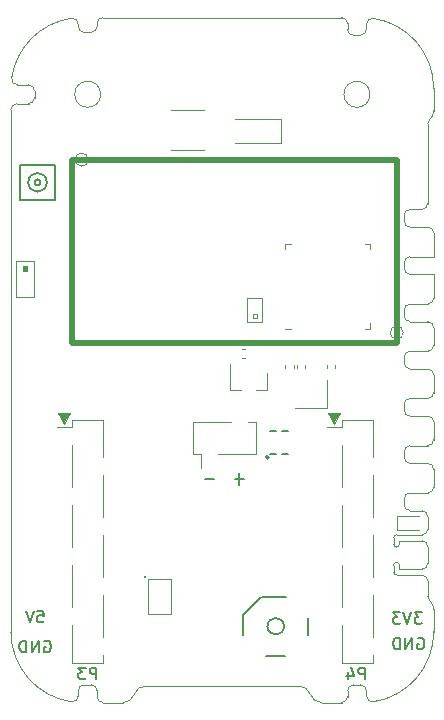
<source format=gbo>
G04 #@! TF.GenerationSoftware,KiCad,Pcbnew,(5.1.10)-1*
G04 #@! TF.CreationDate,2021-09-23T13:54:31+08:00*
G04 #@! TF.ProjectId,BeagleConnect Freedom,42656167-6c65-4436-9f6e-6e6563742046,B*
G04 #@! TF.SameCoordinates,Original*
G04 #@! TF.FileFunction,Legend,Bot*
G04 #@! TF.FilePolarity,Positive*
%FSLAX46Y46*%
G04 Gerber Fmt 4.6, Leading zero omitted, Abs format (unit mm)*
G04 Created by KiCad (PCBNEW (5.1.10)-1) date 2021-09-23 13:54:31*
%MOMM*%
%LPD*%
G01*
G04 APERTURE LIST*
%ADD10C,0.150000*%
%ADD11C,0.100000*%
%ADD12C,0.200000*%
G04 #@! TA.AperFunction,Profile*
%ADD13C,0.050000*%
G04 #@! TD*
%ADD14C,0.120000*%
%ADD15C,0.127000*%
%ADD16C,0.080000*%
%ADD17C,0.050000*%
%ADD18C,0.500000*%
G04 APERTURE END LIST*
D10*
X290506904Y-76962000D02*
X290602142Y-76914380D01*
X290745000Y-76914380D01*
X290887857Y-76962000D01*
X290983095Y-77057238D01*
X291030714Y-77152476D01*
X291078333Y-77342952D01*
X291078333Y-77485809D01*
X291030714Y-77676285D01*
X290983095Y-77771523D01*
X290887857Y-77866761D01*
X290745000Y-77914380D01*
X290649761Y-77914380D01*
X290506904Y-77866761D01*
X290459285Y-77819142D01*
X290459285Y-77485809D01*
X290649761Y-77485809D01*
X290030714Y-77914380D02*
X290030714Y-76914380D01*
X289459285Y-77914380D01*
X289459285Y-76914380D01*
X288983095Y-77914380D02*
X288983095Y-76914380D01*
X288745000Y-76914380D01*
X288602142Y-76962000D01*
X288506904Y-77057238D01*
X288459285Y-77152476D01*
X288411666Y-77342952D01*
X288411666Y-77485809D01*
X288459285Y-77676285D01*
X288506904Y-77771523D01*
X288602142Y-77866761D01*
X288745000Y-77914380D01*
X288983095Y-77914380D01*
X290856095Y-74755380D02*
X290237047Y-74755380D01*
X290570380Y-75136333D01*
X290427523Y-75136333D01*
X290332285Y-75183952D01*
X290284666Y-75231571D01*
X290237047Y-75326809D01*
X290237047Y-75564904D01*
X290284666Y-75660142D01*
X290332285Y-75707761D01*
X290427523Y-75755380D01*
X290713238Y-75755380D01*
X290808476Y-75707761D01*
X290856095Y-75660142D01*
X289951333Y-74755380D02*
X289618000Y-75755380D01*
X289284666Y-74755380D01*
X289046571Y-74755380D02*
X288427523Y-74755380D01*
X288760857Y-75136333D01*
X288618000Y-75136333D01*
X288522761Y-75183952D01*
X288475142Y-75231571D01*
X288427523Y-75326809D01*
X288427523Y-75564904D01*
X288475142Y-75660142D01*
X288522761Y-75707761D01*
X288618000Y-75755380D01*
X288903714Y-75755380D01*
X288998952Y-75707761D01*
X289046571Y-75660142D01*
X258312476Y-74628380D02*
X258788666Y-74628380D01*
X258836285Y-75104571D01*
X258788666Y-75056952D01*
X258693428Y-75009333D01*
X258455333Y-75009333D01*
X258360095Y-75056952D01*
X258312476Y-75104571D01*
X258264857Y-75199809D01*
X258264857Y-75437904D01*
X258312476Y-75533142D01*
X258360095Y-75580761D01*
X258455333Y-75628380D01*
X258693428Y-75628380D01*
X258788666Y-75580761D01*
X258836285Y-75533142D01*
X257979142Y-74628380D02*
X257645809Y-75628380D01*
X257312476Y-74628380D01*
X258883904Y-77216000D02*
X258979142Y-77168380D01*
X259122000Y-77168380D01*
X259264857Y-77216000D01*
X259360095Y-77311238D01*
X259407714Y-77406476D01*
X259455333Y-77596952D01*
X259455333Y-77739809D01*
X259407714Y-77930285D01*
X259360095Y-78025523D01*
X259264857Y-78120761D01*
X259122000Y-78168380D01*
X259026761Y-78168380D01*
X258883904Y-78120761D01*
X258836285Y-78073142D01*
X258836285Y-77739809D01*
X259026761Y-77739809D01*
X258407714Y-78168380D02*
X258407714Y-77168380D01*
X257836285Y-78168380D01*
X257836285Y-77168380D01*
X257360095Y-78168380D02*
X257360095Y-77168380D01*
X257122000Y-77168380D01*
X256979142Y-77216000D01*
X256883904Y-77311238D01*
X256836285Y-77406476D01*
X256788666Y-77596952D01*
X256788666Y-77739809D01*
X256836285Y-77930285D01*
X256883904Y-78025523D01*
X256979142Y-78120761D01*
X257122000Y-78168380D01*
X257360095Y-78168380D01*
X286038095Y-80454380D02*
X286038095Y-79454380D01*
X285657142Y-79454380D01*
X285561904Y-79502000D01*
X285514285Y-79549619D01*
X285466666Y-79644857D01*
X285466666Y-79787714D01*
X285514285Y-79882952D01*
X285561904Y-79930571D01*
X285657142Y-79978190D01*
X286038095Y-79978190D01*
X284609523Y-79787714D02*
X284609523Y-80454380D01*
X284847619Y-79406761D02*
X285085714Y-80121047D01*
X284466666Y-80121047D01*
X263305095Y-80454380D02*
X263305095Y-79454380D01*
X262924142Y-79454380D01*
X262828904Y-79502000D01*
X262781285Y-79549619D01*
X262733666Y-79644857D01*
X262733666Y-79787714D01*
X262781285Y-79882952D01*
X262828904Y-79930571D01*
X262924142Y-79978190D01*
X263305095Y-79978190D01*
X262400333Y-79454380D02*
X261781285Y-79454380D01*
X262114619Y-79835333D01*
X261971761Y-79835333D01*
X261876523Y-79882952D01*
X261828904Y-79930571D01*
X261781285Y-80025809D01*
X261781285Y-80263904D01*
X261828904Y-80359142D01*
X261876523Y-80406761D01*
X261971761Y-80454380D01*
X262257476Y-80454380D01*
X262352714Y-80406761D01*
X262400333Y-80359142D01*
D11*
G36*
X260535000Y-58793000D02*
G01*
X260027000Y-57904000D01*
X261043000Y-57904000D01*
X260535000Y-58793000D01*
G37*
X260535000Y-58793000D02*
X260027000Y-57904000D01*
X261043000Y-57904000D01*
X260535000Y-58793000D01*
G36*
X283395000Y-58793000D02*
G01*
X282887000Y-57904000D01*
X283903000Y-57904000D01*
X283395000Y-58793000D01*
G37*
X283395000Y-58793000D02*
X282887000Y-57904000D01*
X283903000Y-57904000D01*
X283395000Y-58793000D01*
D12*
X275775000Y-63492000D02*
X275013000Y-63492000D01*
X275394000Y-62984000D02*
X275394000Y-64000000D01*
X273235000Y-63492000D02*
X272473000Y-63492000D01*
D13*
X289279000Y-51088000D02*
G75*
G03*
X289279000Y-51088000I-550000J0D01*
G01*
X262609000Y-36441000D02*
G75*
G03*
X262609000Y-36441000I-550000J0D01*
G01*
X291863382Y-48158779D02*
X291863382Y-46158779D01*
X291863382Y-48158779D02*
G75*
G02*
X291363382Y-48658779I-500000J0D01*
G01*
X289863382Y-48658779D02*
X291363382Y-48658779D01*
X289363382Y-49158779D02*
G75*
G02*
X289863382Y-48658779I500000J0D01*
G01*
X289363382Y-49658779D02*
X289363382Y-49158779D01*
X289863382Y-50158779D02*
G75*
G02*
X289363382Y-49658779I0J500000D01*
G01*
X291363382Y-50158779D02*
X289863382Y-50158779D01*
X291363382Y-50158779D02*
G75*
G02*
X291863382Y-50658779I0J-500000D01*
G01*
X291863382Y-52158779D02*
X291863382Y-50658779D01*
X291863382Y-52158779D02*
G75*
G02*
X291363382Y-52658779I-500000J0D01*
G01*
X289863382Y-52658779D02*
X291363382Y-52658779D01*
X289363382Y-53158779D02*
G75*
G02*
X289863382Y-52658779I500000J0D01*
G01*
X289363382Y-53658779D02*
X289363382Y-53158779D01*
X289863382Y-54158779D02*
G75*
G02*
X289363382Y-53658779I0J500000D01*
G01*
X291363382Y-54158779D02*
X289863382Y-54158779D01*
X291363382Y-54158779D02*
G75*
G02*
X291863382Y-54658779I0J-500000D01*
G01*
X291863382Y-56158779D02*
X291863382Y-54658779D01*
X291863382Y-56158779D02*
G75*
G02*
X291363382Y-56658779I-500000J0D01*
G01*
X289863382Y-56658779D02*
X291363382Y-56658779D01*
X289363382Y-57158779D02*
G75*
G02*
X289863382Y-56658779I500000J0D01*
G01*
X289363382Y-57658779D02*
X289363382Y-57158779D01*
X289863382Y-58158779D02*
G75*
G02*
X289363382Y-57658779I0J500000D01*
G01*
X291363382Y-58158779D02*
X289863382Y-58158779D01*
X291363382Y-58158779D02*
G75*
G02*
X291863382Y-58658779I0J-500000D01*
G01*
X291863382Y-60158779D02*
X291863382Y-58658779D01*
X291863382Y-60158779D02*
G75*
G02*
X291363382Y-60658779I-500000J0D01*
G01*
X289863382Y-60658779D02*
X291363382Y-60658779D01*
X289363382Y-61158779D02*
G75*
G02*
X289863382Y-60658779I500000J0D01*
G01*
X289363382Y-61658779D02*
X289363382Y-61158779D01*
X289863382Y-62158779D02*
G75*
G02*
X289363382Y-61658779I0J500000D01*
G01*
X291363382Y-62158779D02*
X289863382Y-62158779D01*
X291363382Y-62158779D02*
G75*
G02*
X291863382Y-62658779I0J-500000D01*
G01*
X291863382Y-64158779D02*
X291863382Y-62658779D01*
X291863382Y-64158779D02*
G75*
G02*
X291363382Y-64658779I-500000J0D01*
G01*
X289863382Y-64658779D02*
X291363382Y-64658779D01*
X289363382Y-65158779D02*
G75*
G02*
X289863382Y-64658779I500000J0D01*
G01*
X289363382Y-65658779D02*
X289363382Y-65158779D01*
X289863382Y-66158779D02*
G75*
G02*
X289363382Y-65658779I0J500000D01*
G01*
X290863382Y-66158779D02*
X289863382Y-66158779D01*
X290863382Y-66158779D02*
G75*
G02*
X291363382Y-66658779I0J-500000D01*
G01*
X291363382Y-67708779D02*
X291363382Y-66658779D01*
X291363382Y-67708779D02*
G75*
G02*
X290863382Y-68208779I-500000J0D01*
G01*
X288713382Y-68208779D02*
X290863382Y-68208779D01*
X288463382Y-68458779D02*
G75*
G02*
X288713382Y-68208779I250000J0D01*
G01*
X288463382Y-69008779D02*
X288463382Y-68458779D01*
X288963382Y-69008779D02*
G75*
G02*
X288463382Y-69008779I-250000J0D01*
G01*
X288963382Y-68708779D02*
X288963382Y-69008779D01*
X290863382Y-68708779D02*
X288963382Y-68708779D01*
X290863382Y-68708779D02*
G75*
G02*
X291363382Y-69208779I0J-500000D01*
G01*
X291363382Y-70608779D02*
X291363382Y-69208779D01*
X291363382Y-70608779D02*
G75*
G02*
X290863382Y-71108779I-500000J0D01*
G01*
X288963382Y-71108779D02*
X290863382Y-71108779D01*
X288963382Y-70808779D02*
X288963382Y-71108779D01*
X288463382Y-70808779D02*
G75*
G02*
X288963382Y-70808779I250000J0D01*
G01*
X288463382Y-71358779D02*
X288463382Y-70808779D01*
X288713382Y-71608779D02*
G75*
G02*
X288463382Y-71358779I0J250000D01*
G01*
X290863382Y-71608779D02*
X288713382Y-71608779D01*
X290863382Y-71608779D02*
G75*
G02*
X291363382Y-72108779I0J-500000D01*
G01*
X291363382Y-73408779D02*
X291363382Y-72108779D01*
X291530049Y-73781457D02*
G75*
G02*
X291363382Y-73408779I333333J372678D01*
G01*
X291530049Y-73781457D02*
G75*
G02*
X291863382Y-74526813I-666667J-745356D01*
G01*
X291863382Y-76408779D02*
X291863382Y-74526813D01*
X291863381Y-76408779D02*
G75*
G02*
X286736109Y-82344968I-5999999J0D01*
G01*
X286736109Y-82344968D02*
G75*
G02*
X286163382Y-81850286I-72727J494682D01*
G01*
X286163382Y-81408779D02*
X286163382Y-81850286D01*
X285663382Y-80908779D02*
G75*
G02*
X286163382Y-81408779I0J-500000D01*
G01*
X285063382Y-80908779D02*
X285663382Y-80908779D01*
X284563382Y-81408779D02*
G75*
G02*
X285063382Y-80908779I500000J0D01*
G01*
X284563382Y-81908779D02*
X284563382Y-81408779D01*
X284563382Y-81908779D02*
G75*
G02*
X284063382Y-82408779I-500000J0D01*
G01*
X282371260Y-82408779D02*
X284063382Y-82408779D01*
X282371260Y-82408779D02*
G75*
G02*
X281417321Y-81708779I0J1000000D01*
G01*
X280463382Y-81008779D02*
G75*
G02*
X281417321Y-81708779I0J-1000000D01*
G01*
X267463382Y-81008779D02*
X280463382Y-81008779D01*
X266509443Y-81708779D02*
G75*
G02*
X267463382Y-81008779I953939J-300000D01*
G01*
X266509442Y-81708779D02*
G75*
G02*
X265555503Y-82408779I-953939J300000D01*
G01*
X263863382Y-82408779D02*
X265555503Y-82408779D01*
X263863382Y-82408779D02*
G75*
G02*
X263363382Y-81908779I0J500000D01*
G01*
X263363382Y-81408779D02*
X263363382Y-81908779D01*
X262863382Y-80908779D02*
G75*
G02*
X263363382Y-81408779I0J-500000D01*
G01*
X262263382Y-80908779D02*
X262863382Y-80908779D01*
X261763382Y-81408779D02*
G75*
G02*
X262263382Y-80908779I500000J0D01*
G01*
X261763382Y-81850286D02*
X261763382Y-81408779D01*
X261763382Y-81850287D02*
G75*
G02*
X261190654Y-82344968I-500000J1D01*
G01*
X261190655Y-82344969D02*
G75*
G02*
X256063382Y-76408779I872727J5936190D01*
G01*
X256063382Y-32208779D02*
X256063382Y-76408779D01*
X256063382Y-32208779D02*
G75*
G02*
X256563382Y-31708779I500000J0D01*
G01*
X257563382Y-31708779D02*
X256563382Y-31708779D01*
X258063382Y-31208779D02*
G75*
G02*
X257563382Y-31708779I-500000J0D01*
G01*
X258063382Y-30608779D02*
X258063382Y-31208779D01*
X257563382Y-30108779D02*
G75*
G02*
X258063382Y-30608779I0J-500000D01*
G01*
X256621874Y-30108779D02*
X257563382Y-30108779D01*
X256621874Y-30108778D02*
G75*
G02*
X256127192Y-29536052I0J499999D01*
G01*
X256127192Y-29536052D02*
G75*
G02*
X261190654Y-24472589I5936190J-872727D01*
G01*
X261190655Y-24472590D02*
G75*
G02*
X261763382Y-24967272I72727J-494682D01*
G01*
X261763382Y-25158779D02*
X261763382Y-24967272D01*
X262263382Y-25658779D02*
G75*
G02*
X261763382Y-25158779I0J500000D01*
G01*
X262863382Y-25658779D02*
X262263382Y-25658779D01*
X263363382Y-25158779D02*
G75*
G02*
X262863382Y-25658779I-500000J0D01*
G01*
X263363382Y-24908779D02*
X263363382Y-25158779D01*
X263363382Y-24908779D02*
G75*
G02*
X263863382Y-24408779I500000J0D01*
G01*
X284063382Y-24408779D02*
X263863382Y-24408779D01*
X284063382Y-24408779D02*
G75*
G02*
X284563382Y-24908779I0J-500000D01*
G01*
X284563382Y-25408779D02*
X284563382Y-24908779D01*
X285063382Y-25908779D02*
G75*
G02*
X284563382Y-25408779I0J500000D01*
G01*
X285663382Y-25908779D02*
X285063382Y-25908779D01*
X286163382Y-25408779D02*
G75*
G02*
X285663382Y-25908779I-500000J0D01*
G01*
X286163382Y-24967272D02*
X286163382Y-25408779D01*
X286163382Y-24967272D02*
G75*
G02*
X286736109Y-24472589I500000J0D01*
G01*
X286736109Y-24472589D02*
G75*
G02*
X291863382Y-30408779I-872727J-5936190D01*
G01*
X291863382Y-32290745D02*
X291863382Y-30408779D01*
X291863382Y-32290746D02*
G75*
G02*
X291530048Y-33036101I-1000000J1D01*
G01*
X291363382Y-33408779D02*
G75*
G02*
X291530048Y-33036101I500000J0D01*
G01*
X291363382Y-40158779D02*
X291363382Y-33408779D01*
X291363382Y-40158779D02*
G75*
G02*
X290863382Y-40658779I-500000J0D01*
G01*
X289863382Y-40658779D02*
X290863382Y-40658779D01*
X289363382Y-41158779D02*
G75*
G02*
X289863382Y-40658779I500000J0D01*
G01*
X289363382Y-41658779D02*
X289363382Y-41158779D01*
X289863382Y-42158779D02*
G75*
G02*
X289363382Y-41658779I0J500000D01*
G01*
X291363382Y-42158779D02*
X289863382Y-42158779D01*
X291363382Y-42158779D02*
G75*
G02*
X291863382Y-42658779I0J-500000D01*
G01*
X291863382Y-44658779D02*
X291863382Y-42658779D01*
X289863382Y-44658779D02*
X291863382Y-44658779D01*
X289363382Y-45158779D02*
G75*
G02*
X289863382Y-44658779I500000J0D01*
G01*
X289363382Y-45658779D02*
X289363382Y-45158779D01*
X289863382Y-46158779D02*
G75*
G02*
X289363382Y-45658779I0J500000D01*
G01*
X291863382Y-46158779D02*
X289863382Y-46158779D01*
X289363382Y-57658779D02*
X289363382Y-57158779D01*
X289863382Y-58158779D02*
G75*
G02*
X289363382Y-57658779I0J500000D01*
G01*
X291363382Y-58158779D02*
X289863382Y-58158779D01*
X291363382Y-58158779D02*
G75*
G02*
X291863382Y-58658779I0J-500000D01*
G01*
X291863382Y-60158779D02*
X291863382Y-58658779D01*
X291863382Y-60158779D02*
G75*
G02*
X291363382Y-60658779I-500000J0D01*
G01*
X289863382Y-60658779D02*
X291363382Y-60658779D01*
X289363382Y-61158779D02*
G75*
G02*
X289863382Y-60658779I500000J0D01*
G01*
X289363382Y-61658779D02*
X289363382Y-61158779D01*
X289863382Y-62158779D02*
G75*
G02*
X289363382Y-61658779I0J500000D01*
G01*
X291363382Y-62158779D02*
X289863382Y-62158779D01*
X291363382Y-62158779D02*
G75*
G02*
X291863382Y-62658779I0J-500000D01*
G01*
X291863382Y-64158779D02*
X291863382Y-62658779D01*
X291863382Y-64158779D02*
G75*
G02*
X291363382Y-64658779I-500000J0D01*
G01*
X289863382Y-64658779D02*
X291363382Y-64658779D01*
X289363382Y-65158779D02*
G75*
G02*
X289863382Y-64658779I500000J0D01*
G01*
X289363382Y-65658779D02*
X289363382Y-65158779D01*
X289863382Y-66158779D02*
G75*
G02*
X289363382Y-65658779I0J500000D01*
G01*
X290863382Y-66158779D02*
X289863382Y-66158779D01*
X290863382Y-66158779D02*
G75*
G02*
X291363382Y-66658779I0J-500000D01*
G01*
X291363382Y-67708779D02*
X291363382Y-66658779D01*
X291363382Y-67708779D02*
G75*
G02*
X290863382Y-68208779I-500000J0D01*
G01*
X288713382Y-68208779D02*
X290863382Y-68208779D01*
X288463382Y-68458779D02*
G75*
G02*
X288713382Y-68208779I250000J0D01*
G01*
X288463382Y-69008779D02*
X288463382Y-68458779D01*
X288963382Y-69008779D02*
G75*
G02*
X288463382Y-69008779I-250000J0D01*
G01*
X288963382Y-68708779D02*
X288963382Y-69008779D01*
X290863382Y-68708779D02*
X288963382Y-68708779D01*
X290863382Y-68708779D02*
G75*
G02*
X291363382Y-69208779I0J-500000D01*
G01*
X291363382Y-70608779D02*
X291363382Y-69208779D01*
X291363382Y-70608779D02*
G75*
G02*
X290863382Y-71108779I-500000J0D01*
G01*
X288963382Y-71108779D02*
X290863382Y-71108779D01*
X288963382Y-70808779D02*
X288963382Y-71108779D01*
X288463382Y-70808779D02*
G75*
G02*
X288963382Y-70808779I250000J0D01*
G01*
X288463382Y-71358779D02*
X288463382Y-70808779D01*
X288713382Y-71608779D02*
G75*
G02*
X288463382Y-71358779I0J250000D01*
G01*
X290863382Y-71608779D02*
X288713382Y-71608779D01*
X290863382Y-71608779D02*
G75*
G02*
X291363382Y-72108779I0J-500000D01*
G01*
X291363382Y-73408779D02*
X291363382Y-72108779D01*
X291530049Y-73781457D02*
G75*
G02*
X291363382Y-73408779I333333J372678D01*
G01*
X291530049Y-73781457D02*
G75*
G02*
X291863382Y-74526813I-666667J-745356D01*
G01*
X291863382Y-76408779D02*
X291863382Y-74526813D01*
X291863381Y-76408779D02*
G75*
G02*
X286736109Y-82344968I-5999999J0D01*
G01*
X286736109Y-82344968D02*
G75*
G02*
X286163382Y-81850286I-72727J494682D01*
G01*
X286163382Y-81408779D02*
X286163382Y-81850286D01*
X285663382Y-80908779D02*
G75*
G02*
X286163382Y-81408779I0J-500000D01*
G01*
X285063382Y-80908779D02*
X285663382Y-80908779D01*
X284563382Y-81408779D02*
G75*
G02*
X285063382Y-80908779I500000J0D01*
G01*
X284563382Y-81908779D02*
X284563382Y-81408779D01*
X284563382Y-81908779D02*
G75*
G02*
X284063382Y-82408779I-500000J0D01*
G01*
X282371260Y-82408779D02*
X284063382Y-82408779D01*
X282371260Y-82408779D02*
G75*
G02*
X281417321Y-81708779I0J1000000D01*
G01*
X280463382Y-81008779D02*
G75*
G02*
X281417321Y-81708779I0J-1000000D01*
G01*
X267463382Y-81008779D02*
X280463382Y-81008779D01*
X266509443Y-81708779D02*
G75*
G02*
X267463382Y-81008779I953939J-300000D01*
G01*
X266509442Y-81708779D02*
G75*
G02*
X265555503Y-82408779I-953939J300000D01*
G01*
X263863382Y-82408779D02*
X265555503Y-82408779D01*
X263863382Y-82408779D02*
G75*
G02*
X263363382Y-81908779I0J500000D01*
G01*
X263363382Y-81408779D02*
X263363382Y-81908779D01*
X262863382Y-80908779D02*
G75*
G02*
X263363382Y-81408779I0J-500000D01*
G01*
X262263382Y-80908779D02*
X262863382Y-80908779D01*
X261763382Y-81408779D02*
G75*
G02*
X262263382Y-80908779I500000J0D01*
G01*
X261763382Y-81850286D02*
X261763382Y-81408779D01*
X261763382Y-81850287D02*
G75*
G02*
X261190654Y-82344968I-500000J1D01*
G01*
X261190655Y-82344969D02*
G75*
G02*
X256063382Y-76408779I872727J5936190D01*
G01*
X256063382Y-32208779D02*
X256063382Y-76408779D01*
X256063382Y-32208779D02*
G75*
G02*
X256563382Y-31708779I500000J0D01*
G01*
X257563382Y-31708779D02*
X256563382Y-31708779D01*
X258063382Y-31208779D02*
G75*
G02*
X257563382Y-31708779I-500000J0D01*
G01*
X258063382Y-30608779D02*
X258063382Y-31208779D01*
X257563382Y-30108779D02*
G75*
G02*
X258063382Y-30608779I0J-500000D01*
G01*
X256621874Y-30108779D02*
X257563382Y-30108779D01*
X256621874Y-30108778D02*
G75*
G02*
X256127192Y-29536052I0J499999D01*
G01*
X256127192Y-29536052D02*
G75*
G02*
X261190654Y-24472589I5936190J-872727D01*
G01*
X261190655Y-24472590D02*
G75*
G02*
X261763382Y-24967272I72727J-494682D01*
G01*
X261763382Y-25158779D02*
X261763382Y-24967272D01*
X262263382Y-25658779D02*
G75*
G02*
X261763382Y-25158779I0J500000D01*
G01*
X262863382Y-25658779D02*
X262263382Y-25658779D01*
X263363382Y-25158779D02*
G75*
G02*
X262863382Y-25658779I-500000J0D01*
G01*
X263363382Y-24908779D02*
X263363382Y-25158779D01*
X263363382Y-24908779D02*
G75*
G02*
X263863382Y-24408779I500000J0D01*
G01*
X284063382Y-24408779D02*
X263863382Y-24408779D01*
X284063382Y-24408779D02*
G75*
G02*
X284563382Y-24908779I0J-500000D01*
G01*
X284563382Y-25408779D02*
X284563382Y-24908779D01*
X285063382Y-25908779D02*
G75*
G02*
X284563382Y-25408779I0J500000D01*
G01*
X285663382Y-25908779D02*
X285063382Y-25908779D01*
X286163382Y-25408779D02*
G75*
G02*
X285663382Y-25908779I-500000J0D01*
G01*
X286163382Y-24967272D02*
X286163382Y-25408779D01*
X286163382Y-24967272D02*
G75*
G02*
X286736109Y-24472589I500000J0D01*
G01*
X286736109Y-24472589D02*
G75*
G02*
X291863382Y-30408779I-872727J-5936190D01*
G01*
X291863382Y-32290745D02*
X291863382Y-30408779D01*
X291863382Y-32290746D02*
G75*
G02*
X291530048Y-33036101I-1000000J1D01*
G01*
X291363382Y-33408779D02*
G75*
G02*
X291530048Y-33036101I500000J0D01*
G01*
X291363382Y-40158779D02*
X291363382Y-33408779D01*
X291363382Y-40158779D02*
G75*
G02*
X290863382Y-40658779I-500000J0D01*
G01*
X289863382Y-40658779D02*
X290863382Y-40658779D01*
X289363382Y-41158779D02*
G75*
G02*
X289863382Y-40658779I500000J0D01*
G01*
X289363382Y-41658779D02*
X289363382Y-41158779D01*
X289863382Y-42158779D02*
G75*
G02*
X289363382Y-41658779I0J500000D01*
G01*
X291363382Y-42158779D02*
X289863382Y-42158779D01*
X291363382Y-42158779D02*
G75*
G02*
X291863382Y-42658779I0J-500000D01*
G01*
X291863382Y-44658779D02*
X291863382Y-42658779D01*
X289863382Y-44658779D02*
X291863382Y-44658779D01*
X289363382Y-45158779D02*
G75*
G02*
X289863382Y-44658779I500000J0D01*
G01*
X289363382Y-45658779D02*
X289363382Y-45158779D01*
X289863382Y-46158779D02*
G75*
G02*
X289363382Y-45658779I0J500000D01*
G01*
X291863382Y-46158779D02*
X289863382Y-46158779D01*
X291863382Y-48158779D02*
X291863382Y-46158779D01*
X291863382Y-48158779D02*
G75*
G02*
X291363382Y-48658779I-500000J0D01*
G01*
X289863382Y-48658779D02*
X291363382Y-48658779D01*
X289363382Y-49158779D02*
G75*
G02*
X289863382Y-48658779I500000J0D01*
G01*
X289363382Y-49658779D02*
X289363382Y-49158779D01*
X289863382Y-50158779D02*
G75*
G02*
X289363382Y-49658779I0J500000D01*
G01*
X291363382Y-50158779D02*
X289863382Y-50158779D01*
X291363382Y-50158779D02*
G75*
G02*
X291863382Y-50658779I0J-500000D01*
G01*
X291863382Y-52158779D02*
X291863382Y-50658779D01*
X291863382Y-52158779D02*
G75*
G02*
X291363382Y-52658779I-500000J0D01*
G01*
X289863382Y-52658779D02*
X291363382Y-52658779D01*
X289363382Y-53158779D02*
G75*
G02*
X289863382Y-52658779I500000J0D01*
G01*
X289363382Y-53658779D02*
X289363382Y-53158779D01*
X289863382Y-54158779D02*
G75*
G02*
X289363382Y-53658779I0J500000D01*
G01*
X291363382Y-54158779D02*
X289863382Y-54158779D01*
X291363382Y-54158779D02*
G75*
G02*
X291863382Y-54658779I0J-500000D01*
G01*
X291863382Y-56158779D02*
X291863382Y-54658779D01*
X291863382Y-56158779D02*
G75*
G02*
X291363382Y-56658779I-500000J0D01*
G01*
X289863382Y-56658779D02*
X291363382Y-56658779D01*
X289363382Y-57158779D02*
G75*
G02*
X289863382Y-56658779I500000J0D01*
G01*
X286463382Y-30908779D02*
G75*
G03*
X286463382Y-30908779I-1100000J0D01*
G01*
X263663382Y-30908779D02*
G75*
G03*
X263663382Y-30908779I-1100000J0D01*
G01*
X286463382Y-30908779D02*
G75*
G03*
X286463382Y-30908779I-1100000J0D01*
G01*
X263663382Y-30908779D02*
G75*
G03*
X263663382Y-30908779I-1100000J0D01*
G01*
D14*
X286023500Y-50764000D02*
X286498500Y-50764000D01*
X286498500Y-50764000D02*
X286498500Y-50289000D01*
X279753500Y-43544000D02*
X279278500Y-43544000D01*
X279278500Y-43544000D02*
X279278500Y-44019000D01*
X286023500Y-43544000D02*
X286498500Y-43544000D01*
X286498500Y-43544000D02*
X286498500Y-44019000D01*
X279753500Y-50764000D02*
X279278500Y-50764000D01*
X288750000Y-67800000D02*
X288750000Y-66600000D01*
X290600000Y-67800000D02*
X288750000Y-67800000D01*
X290600000Y-66600000D02*
X288750000Y-66600000D01*
D10*
X275735000Y-75000000D02*
X275735000Y-76650000D01*
X277685000Y-78450000D02*
X279285000Y-78450000D01*
X281235000Y-76650000D02*
X281235000Y-75250000D01*
X279335000Y-73450000D02*
X277285000Y-73450000D01*
D15*
X279185000Y-75950000D02*
G75*
G03*
X279185000Y-75950000I-700000J0D01*
G01*
D10*
X275735000Y-75000000D02*
X277235000Y-73500000D01*
D14*
X261200000Y-59120000D02*
X259990000Y-59120000D01*
X263860000Y-78420000D02*
X263860000Y-79090000D01*
X263860000Y-73340000D02*
X263860000Y-76900000D01*
X263860000Y-68260000D02*
X263860000Y-71820000D01*
X263860000Y-63180000D02*
X263860000Y-66740000D01*
X263860000Y-58450000D02*
X263860000Y-61660000D01*
X263860000Y-79090000D02*
X261200000Y-79090000D01*
X261200000Y-75880000D02*
X261200000Y-79090000D01*
X261200000Y-70800000D02*
X261200000Y-74360000D01*
X261200000Y-65720000D02*
X261200000Y-69280000D01*
X261200000Y-60640000D02*
X261200000Y-64200000D01*
X261200000Y-58450000D02*
X261200000Y-59120000D01*
X263860000Y-58450000D02*
X261200000Y-58450000D01*
X284060000Y-65720000D02*
X284060000Y-69280000D01*
X286720000Y-79090000D02*
X284060000Y-79090000D01*
X286720000Y-68260000D02*
X286720000Y-71820000D01*
X286720000Y-58450000D02*
X286720000Y-61660000D01*
X284060000Y-70800000D02*
X284060000Y-74360000D01*
X284060000Y-75880000D02*
X284060000Y-79090000D01*
X286720000Y-58450000D02*
X284060000Y-58450000D01*
X286720000Y-63180000D02*
X286720000Y-66740000D01*
X286720000Y-73340000D02*
X286720000Y-76900000D01*
X284060000Y-59120000D02*
X282850000Y-59120000D01*
X286720000Y-78420000D02*
X286720000Y-79090000D01*
X284060000Y-58450000D02*
X284060000Y-59120000D01*
X284060000Y-60640000D02*
X284060000Y-64200000D01*
X272120000Y-61350000D02*
X272120000Y-62560000D01*
X276180000Y-58690000D02*
X276850000Y-58690000D01*
X271450000Y-58690000D02*
X274660000Y-58690000D01*
X276850000Y-58690000D02*
X276850000Y-61350000D01*
X273640000Y-61350000D02*
X276850000Y-61350000D01*
X271450000Y-61350000D02*
X272120000Y-61350000D01*
X271450000Y-58690000D02*
X271450000Y-61350000D01*
D10*
X259108569Y-38360000D02*
G75*
G03*
X259108569Y-38360000I-790569J0D01*
G01*
X258568000Y-38360000D02*
G75*
G03*
X258568000Y-38360000I-250000J0D01*
G01*
X256818000Y-39860000D02*
X259818000Y-39860000D01*
X259818000Y-39860000D02*
X259818000Y-36860000D01*
X259818000Y-36860000D02*
X256818000Y-36860000D01*
X256818000Y-36860000D02*
X256818000Y-39860000D01*
D11*
G36*
X257110000Y-45459000D02*
G01*
X257110000Y-45909000D01*
X257410000Y-45909000D01*
X257410000Y-45459000D01*
X257110000Y-45459000D01*
G37*
X257110000Y-45459000D02*
X257110000Y-45909000D01*
X257410000Y-45909000D01*
X257410000Y-45459000D01*
X257110000Y-45459000D01*
D14*
X256460000Y-45009000D02*
X258060000Y-45009000D01*
X256460000Y-48109000D02*
X256460000Y-45009000D01*
X258060000Y-48109000D02*
X256460000Y-48109000D01*
X258060000Y-45009000D02*
X258060000Y-48109000D01*
X276870000Y-49510000D02*
X276870000Y-49860000D01*
X276570000Y-49510000D02*
X276870000Y-49510000D01*
X276570000Y-49860000D02*
X276570000Y-49510000D01*
X276870000Y-49860000D02*
X276570000Y-49860000D01*
D16*
X276095000Y-50160000D02*
X277345000Y-50160000D01*
X276095000Y-48160000D02*
X276095000Y-50160000D01*
X277345000Y-48160000D02*
X276095000Y-48160000D01*
X277345000Y-50160000D02*
X277345000Y-48160000D01*
D10*
X277935000Y-61640000D02*
G75*
G03*
X277935000Y-61640000I-150000J0D01*
G01*
D15*
X279535000Y-61390000D02*
X279035000Y-61390000D01*
X279535000Y-59390000D02*
X279035000Y-59390000D01*
X278535000Y-59390000D02*
X278035000Y-59390000D01*
X278035000Y-61390000D02*
X278535000Y-61390000D01*
D14*
X282850000Y-57440000D02*
X280150000Y-57440000D01*
X282850000Y-55140000D02*
X282850000Y-57440000D01*
D17*
X267500711Y-71770000D02*
G75*
G03*
X267500711Y-71770000I-70711J0D01*
G01*
X269630000Y-71920000D02*
X267630000Y-71920000D01*
X269630000Y-74920000D02*
X269630000Y-71920000D01*
X267630000Y-74920000D02*
X269630000Y-74920000D01*
X267630000Y-71920000D02*
X267630000Y-74920000D01*
D14*
X280000000Y-54057836D02*
X280000000Y-53842164D01*
X279280000Y-54057836D02*
X279280000Y-53842164D01*
X282820000Y-54057836D02*
X282820000Y-53842164D01*
X283540000Y-54057836D02*
X283540000Y-53842164D01*
X277770000Y-55940000D02*
X276840000Y-55940000D01*
X274610000Y-55940000D02*
X275540000Y-55940000D01*
X274610000Y-55940000D02*
X274610000Y-53780000D01*
X277770000Y-55940000D02*
X277770000Y-54480000D01*
X275903641Y-53200000D02*
X275596359Y-53200000D01*
X275903641Y-52440000D02*
X275596359Y-52440000D01*
X272382752Y-32199000D02*
X269610248Y-32199000D01*
X272382752Y-35619000D02*
X269610248Y-35619000D01*
X278900000Y-33030000D02*
X278900000Y-35030000D01*
X278900000Y-35030000D02*
X275000000Y-35030000D01*
X278900000Y-33030000D02*
X275000000Y-33030000D01*
X281000000Y-53842164D02*
X281000000Y-54057836D01*
X280280000Y-53842164D02*
X280280000Y-54057836D01*
D18*
X288770000Y-36440000D02*
X261270000Y-36440000D01*
X261270000Y-51940000D02*
X261270000Y-36440000D01*
X261270000Y-51940000D02*
X288770000Y-51940000D01*
X288770000Y-51940000D02*
X288770000Y-36440000D01*
M02*

</source>
